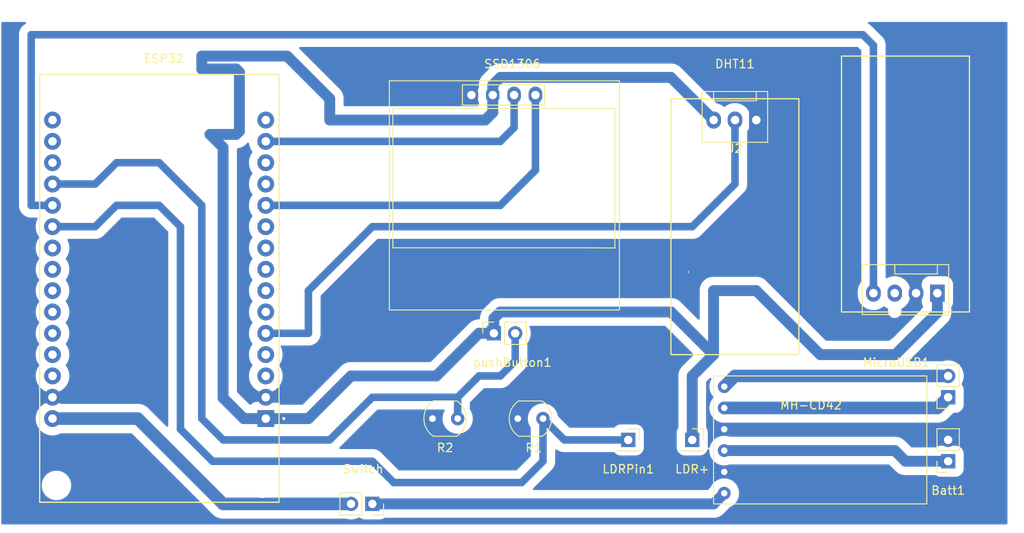
<source format=kicad_pcb>
(kicad_pcb (version 20221018) (generator pcbnew)
  (layers (0 "F.Cu" signal) (31 "B.Cu" signal) (34 "B.Paste" user) (35 "F.Paste" user) (36 "B.SilkS" user "B.Silkscreen") (37 "F.SilkS" user "F.Silkscreen") (38 "B.Mask" user) (39 "F.Mask" user) (44 "Edge.Cuts" user))
  (net 0 "")
  (net 1 "GND")
  (net 2 "+BATT")
  (net 3 "+5V")
  (net 4 "/sda")
  (net 5 "/scl")
  (net 6 "+3.3V")
  (net 9 "/d4")
  (net 27 "Net-(MicroUSB1-Pin_1)")
  (net 28 "Net-(MicroUSB1-Pin_2)")
  (net 29 "Net-(U1-VIN)")
  (net 30 "Net-(LDRPin1-Pin_1)")
  (net 31 "Net-(U1-D34)")
  (net 33 "Net-(J1-Pin_4)")
  (footprint "Connector_PinSocket_2.54mm:PinSocket_1x01_P2.54mm_Vertical" (layer "F.Cu") (at 176.36 126.06)
    (fp_text reference "LDRPin1" (at 0 3.48) (layer "F.SilkS"))
    (fp_text value "Conn_01x01_Socket" hide)
    (fp_line (start -1.33 1.21) (end -1.33 1.33) (stroke (width 0.12)) (layer "F.SilkS"))
    (fp_line (start -1.33 1.33) (end 1.33 1.33) (stroke (width 0.12)) (layer "F.SilkS"))
    (fp_line (start 0 -1.33) (end 1.33 -1.33) (stroke (width 0.12)) (layer "F.SilkS"))
    (fp_line (start 1.33 -1.33) (end 1.33 0) (stroke (width 0.12)) (layer "F.SilkS"))
    (fp_line (start 1.33 1.21) (end 1.33 1.33) (stroke (width 0.12)) (layer "F.SilkS"))
    (pad "1" thru_hole rect (at 0 0) (size 1.7 1.7) (drill 1) (layers "*.Cu" "*.Mask") (net 30 "Net-(LDRPin1-Pin_1)"))
  )
  (footprint "cd42:mh-cd42" (layer "F.Cu") (at 199.22 126.06 -90)
    (fp_text reference "U2" hide)
    (fp_text value "MH-CD42" (at -4.14 1.1 unlocked) (layer "F.SilkS"))
    (fp_rect (start -7.62 -12.7) (end 7.62 12.7) (stroke (width 0.12)) (fill none) (layer "F.SilkS"))
    (pad "1" thru_hole circle (at -6.35 11.43 270) (size 1.524 1.524) (drill 0.762) (layers "*.Cu" "*.Mask") (net 28 "Net-(MicroUSB1-Pin_2)"))
    (pad "2" thru_hole circle (at -3.81 11.43 270) (size 1.524 1.524) (drill 0.762) (layers "*.Cu" "*.Mask") (net 27 "Net-(MicroUSB1-Pin_1)"))
    (pad "3" thru_hole circle (at -1.27 11.43 270) (size 1.524 1.524) (drill 0.762) (layers "*.Cu" "*.Mask") (net 1 "GND"))
    (pad "4" thru_hole circle (at 1.27 11.43 270) (size 1.524 1.524) (drill 0.762) (layers "*.Cu" "*.Mask") (net 2 "+BATT"))
    (pad "5" thru_hole circle (at 3.81 11.43 270) (size 1.524 1.524) (drill 0.762) (layers "*.Cu" "*.Mask") (net 1 "GND"))
    (pad "6" thru_hole circle (at 6.35 11.43 270) (size 1.524 1.524) (drill 0.762) (layers "*.Cu" "*.Mask") (net 3 "+5V"))
  )
  (footprint "Connector:FanPinHeader_1x03_P2.54mm_Vertical" (layer "F.Cu") (at 191.61 87.96 180)
    (fp_text reference "J2" (at 2.5 -3.4) (layer "F.SilkS"))
    (fp_text value "DHT11" (at 2.55 6.68) (layer "F.SilkS"))
    (fp_line (start -1.35 -2.65) (end 6.45 -2.65) (stroke (width 0.12)) (layer "F.SilkS"))
    (fp_line (start -1.35 3.4) (end -1.35 -2.65) (stroke (width 0.12)) (layer "F.SilkS"))
    (fp_line (start 0 2.29) (end 5.08 2.29) (stroke (width 0.12)) (layer "F.SilkS"))
    (fp_line (start 0 3.3) (end 0 2.29) (stroke (width 0.12)) (layer "F.SilkS"))
    (fp_line (start 5.08 2.29) (end 5.08 3.3) (stroke (width 0.12)) (layer "F.SilkS"))
    (fp_line (start 6.45 -2.65) (end 6.45 3.4) (stroke (width 0.12)) (layer "F.SilkS"))
    (fp_line (start 6.45 3.4) (end -1.35 3.4) (stroke (width 0.12)) (layer "F.SilkS"))
    (pad "1" thru_hole rect (at 0 0 270) (size 2.03 1.73) (drill 1.02) (layers "*.Cu" "*.Mask") (net 1 "GND"))
    (pad "2" thru_hole oval (at 2.54 0 270) (size 2.03 1.73) (drill 1.02) (layers "*.Cu" "*.Mask") (net 9 "/d4"))
    (pad "3" thru_hole oval (at 5.08 0 270) (size 2.03 1.73) (drill 1.02) (layers "*.Cu" "*.Mask") (net 6 "+3.3V"))
  )
  (footprint "Connector:FanPinHeader_1x04_P2.54mm_Vertical" (layer "F.Cu") (at 213.18 108.58 180)
    (fp_text reference "J1" hide)
    (fp_text value "Conn_01x04_Socket" hide)
    (fp_line (start -1.35 -2.6) (end 4.4 -2.6) (stroke (width 0.12)) (layer "F.SilkS"))
    (fp_line (start -1.35 3.4) (end -1.35 -2.6) (stroke (width 0.12)) (layer "F.SilkS"))
    (fp_line (start 0 2.29) (end 5.08 2.29) (stroke (width 0.12)) (layer "F.SilkS"))
    (fp_line (start 0 3.3) (end 0 2.29) (stroke (width 0.12)) (layer "F.SilkS"))
    (fp_line (start 5.08 2.29) (end 5.08 3.3) (stroke (width 0.12)) (layer "F.SilkS"))
    (fp_line (start 5.75 -2.55) (end 8.95 -2.55) (stroke (width 0.12)) (layer "F.SilkS"))
    (fp_line (start 8.95 -2.55) (end 8.95 3.4) (stroke (width 0.12)) (layer "F.SilkS"))
    (fp_line (start 8.95 3.4) (end -1.35 3.4) (stroke (width 0.12)) (layer "F.SilkS"))
    (pad "" np_thru_hole circle (at 5.08 -2.16 270) (size 1.1 1.1) (drill 1.1) (layers "*.Cu" "*.Mask"))
    (pad "1" thru_hole rect (at 0 0 270) (size 2.03 1.73) (drill 1.02) (layers "*.Cu" "*.Mask") (net 6 "+3.3V"))
    (pad "2" thru_hole oval (at 2.54 0 270) (size 2.03 1.73) (drill 1.02) (layers "*.Cu" "*.Mask") (net 1 "GND"))
    (pad "3" thru_hole oval (at 5.08 0 270) (size 2.03 1.73) (drill 1.02) (layers "*.Cu" "*.Mask"))
    (pad "4" thru_hole oval (at 7.62 0 270) (size 2.03 1.73) (drill 1.02) (layers "*.Cu" "*.Mask") (net 33 "Net-(J1-Pin_4)"))
  )
  (footprint "Connector_PinSocket_2.54mm:PinSocket_1x01_P2.54mm_Vertical" (layer "F.Cu") (at 183.98 126.06)
    (fp_text reference "LDR+" (at 0 3.48) (layer "F.SilkS"))
    (fp_text value "Conn_01x01_Socket" hide)
    (fp_line (start -1.33 1.21) (end -1.33 1.33) (stroke (width 0.12)) (layer "F.SilkS"))
    (fp_line (start -1.33 1.33) (end 1.33 1.33) (stroke (width 0.12)) (layer "F.SilkS"))
    (fp_line (start 0 -1.33) (end 1.33 -1.33) (stroke (width 0.12)) (layer "F.SilkS"))
    (fp_line (start 1.33 -1.33) (end 1.33 0) (stroke (width 0.12)) (layer "F.SilkS"))
    (fp_line (start 1.33 1.21) (end 1.33 1.33) (stroke (width 0.12)) (layer "F.SilkS"))
    (pad "1" thru_hole rect (at 0 0) (size 1.7 1.7) (drill 1) (layers "*.Cu" "*.Mask") (net 6 "+3.3V"))
  )
  (footprint "OptoDevice:R_LDR_5.0x4.1mm_P3mm_Vertical" (layer "F.Cu") (at 156.04 123.52 180)
    (fp_text reference "R2" (at 1.5 -3.48) (layer "F.SilkS"))
    (fp_text value "R" hide)
    (fp_line (start 0.1 -2.1) (end 2.9 -2.1) (stroke (width 0.12)) (layer "F.SilkS"))
    (fp_line (start 0.1 2.1) (end 2.9 2.1) (stroke (width 0.12)) (layer "F.SilkS"))
    (fp_arc (start 0.1 2.1) (mid -1.023872 -0.008372) (end 0.113963 -2.109242) (stroke (width 0.12)) (layer "F.SilkS"))
    (fp_arc (start 2.9 -2.1) (mid 4.023872 0.008372) (end 2.886037 2.109242) (stroke (width 0.12)) (layer "F.SilkS"))
    (pad "1" thru_hole circle (at 0 0 180) (size 1.6 1.6) (drill 0.8) (layers "*.Cu" "*.Mask") (net 31 "Net-(U1-D34)"))
    (pad "2" thru_hole circle (at 3 0 180) (size 1.6 1.6) (drill 0.8) (layers "*.Cu" "*.Mask") (net 1 "GND"))
  )
  (footprint "OptoDevice:R_LDR_5.0x4.1mm_P3mm_Vertical" (layer "F.Cu") (at 163.2 123.52)
    (fp_text reference "R1" (at 1.9 3.48) (layer "F.SilkS"))
    (fp_text value "R" hide)
    (fp_line (start 0.1 -2.1) (end 2.9 -2.1) (stroke (width 0.12)) (layer "F.SilkS"))
    (fp_line (start 0.1 2.1) (end 2.9 2.1) (stroke (width 0.12)) (layer "F.SilkS"))
    (fp_arc (start 0.1 2.1) (mid -1.023872 -0.008372) (end 0.113963 -2.109242) (stroke (width 0.12)) (layer "F.SilkS"))
    (fp_arc (start 2.9 -2.1) (mid 4.023872 0.008372) (end 2.886037 2.109242) (stroke (width 0.12)) (layer "F.SilkS"))
    (pad "1" thru_hole circle (at 0 0) (size 1.6 1.6) (drill 0.8) (layers "*.Cu" "*.Mask") (net 1 "GND"))
    (pad "2" thru_hole circle (at 3 0) (size 1.6 1.6) (drill 0.8) (layers "*.Cu" "*.Mask") (net 30 "Net-(LDRPin1-Pin_1)"))
  )
  (footprint "Connector_PinSocket_2.54mm:PinSocket_1x02_P2.54mm_Vertical" (layer "F.Cu") (at 214.46 128.6 180)
    (fp_text reference "Batt1" (at 0 -3.48) (layer "F.SilkS"))
    (fp_text value "Conn_01x02_Socket" hide)
    (fp_line (start -1.33 1.27) (end -1.33 3.87) (stroke (width 0.12)) (layer "F.SilkS"))
    (fp_line (start -1.33 1.27) (end 1.33 1.27) (stroke (width 0.12)) (layer "F.SilkS"))
    (fp_line (start -1.33 3.87) (end 1.33 3.87) (stroke (width 0.12)) (layer "F.SilkS"))
    (fp_line (start 0 -1.33) (end 1.33 -1.33) (stroke (width 0.12)) (layer "F.SilkS"))
    (fp_line (start 1.33 -1.33) (end 1.33 0) (stroke (width 0.12)) (layer "F.SilkS"))
    (fp_line (start 1.33 1.27) (end 1.33 3.87) (stroke (width 0.12)) (layer "F.SilkS"))
    (pad "1" thru_hole rect (at 0 0 180) (size 1.7 1.7) (drill 1) (layers "*.Cu" "*.Mask") (net 2 "+BATT"))
    (pad "2" thru_hole oval (at 0 2.54 180) (size 1.7 1.7) (drill 1) (layers "*.Cu" "*.Mask") (net 1 "GND"))
  )
  (footprint "Connector_PinSocket_2.54mm:PinSocket_1x02_P2.54mm_Vertical" (layer "F.Cu") (at 145.88 133.68 -90)
    (fp_text reference "Switch" (at -4.14 1.1) (layer "F.SilkS"))
    (fp_text value "Conn_01x02_Socket" hide)
    (fp_line (start -1.33 1.27) (end -1.33 3.87) (stroke (width 0.12)) (layer "F.SilkS"))
    (fp_line (start -1.33 1.27) (end 1.33 1.27) (stroke (width 0.12)) (layer "F.SilkS"))
    (fp_line (start -1.33 3.87) (end 1.33 3.87) (stroke (width 0.12)) (layer "F.SilkS"))
    (fp_line (start 0 -1.33) (end 1.33 -1.33) (stroke (width 0.12)) (layer "F.SilkS"))
    (fp_line (start 1.33 -1.33) (end 1.33 0) (stroke (width 0.12)) (layer "F.SilkS"))
    (fp_line (start 1.33 1.27) (end 1.33 3.87) (stroke (width 0.12)) (layer "F.SilkS"))
    (pad "1" thru_hole rect (at 0 0 270) (size 1.7 1.7) (drill 1) (layers "*.Cu" "*.Mask") (net 3 "+5V"))
    (pad "2" thru_hole oval (at 0 2.54 270) (size 1.7 1.7) (drill 1) (layers "*.Cu" "*.Mask") (net 29 "Net-(U1-VIN)"))
  )
  (footprint "Connector_PinSocket_2.54mm:PinSocket_1x02_P2.54mm_Vertical" (layer "F.Cu") (at 160.35 113.36 90)
    (fp_text reference "pushButton1" (at -3.48 2.21) (layer "F.SilkS"))
    (fp_text value "Conn_01x02_Socket" hide)
    (fp_line (start -1.33 1.27) (end -1.33 3.87) (stroke (width 0.12)) (layer "F.SilkS"))
    (fp_line (start -1.33 1.27) (end 1.33 1.27) (stroke (width 0.12)) (layer "F.SilkS"))
    (fp_line (start -1.33 3.87) (end 1.33 3.87) (stroke (width 0.12)) (layer "F.SilkS"))
    (fp_line (start 0 -1.33) (end 1.33 -1.33) (stroke (width 0.12)) (layer "F.SilkS"))
    (fp_line (start 1.33 -1.33) (end 1.33 0) (stroke (width 0.12)) (layer "F.SilkS"))
    (fp_line (start 1.33 1.27) (end 1.33 3.87) (stroke (width 0.12)) (layer "F.SilkS"))
    (pad "1" thru_hole rect (at 0 0 90) (size 1.7 1.7) (drill 1) (layers "*.Cu" "*.Mask") (net 6 "+3.3V"))
    (pad "2" thru_hole oval (at 0 2.54 90) (size 1.7 1.7) (drill 1) (layers "*.Cu" "*.Mask") (net 31 "Net-(U1-D34)"))
  )
  (footprint "Connector_PinSocket_2.54mm:PinSocket_1x02_P2.54mm_Vertical" (layer "F.Cu") (at 214.46 120.98 180)
    (fp_text reference "MicroUSB1" (at 6.18 4.14) (layer "F.SilkS"))
    (fp_text value "Conn_01x02_Socket" hide)
    (fp_line (start -1.33 1.27) (end -1.33 3.87) (stroke (width 0.12)) (layer "F.SilkS"))
    (fp_line (start -1.33 1.27) (end 1.33 1.27) (stroke (width 0.12)) (layer "F.SilkS"))
    (fp_line (start -1.33 3.87) (end 1.33 3.87) (stroke (width 0.12)) (layer "F.SilkS"))
    (fp_line (start 0 -1.33) (end 1.33 -1.33) (stroke (width 0.12)) (layer "F.SilkS"))
    (fp_line (start 1.33 -1.33) (end 1.33 0) (stroke (width 0.12)) (layer "F.SilkS"))
    (fp_line (start 1.33 1.27) (end 1.33 3.87) (stroke (width 0.12)) (layer "F.SilkS"))
    (pad "1" thru_hole rect (at 0 0 180) (size 1.7 1.7) (drill 1) (layers "*.Cu" "*.Mask") (net 27 "Net-(MicroUSB1-Pin_1)"))
    (pad "2" thru_hole oval (at 0 2.54 180) (size 1.7 1.7) (drill 1) (layers "*.Cu" "*.Mask") (net 28 "Net-(MicroUSB1-Pin_2)"))
  )
  (footprint "SSD1306:128x64OLED" (layer "F.Cu") (at 161.3 95.58)
    (fp_text reference "Brd1" hide)
    (fp_text value "SSD1306" (at 1.26 -14.3) (layer "F.SilkS"))
    (fp_line (start -13.4 -12.3) (end 14 -12.3) (stroke (width 0.12)) (layer "F.SilkS"))
    (fp_line (start -13.4 15) (end -13.4 -12.3) (stroke (width 0.12)) (layer "F.SilkS"))
    (fp_line (start -12.978 -9.005) (end 10.122 -9.005) (stroke (width 0.12)) (layer "F.SilkS"))
    (fp_line (start -12.978 7.595) (end -12.978 -9.005) (stroke (width 0.12)) (layer "F.SilkS"))
    (fp_line (start -4.699 -11.811) (end -4.699 -9.398) (stroke (width 0.12)) (layer "F.SilkS"))
    (fp_line (start -4.699 -11.811) (end 5.08 -11.811) (stroke (width 0.12)) (layer "F.SilkS"))
    (fp_line (start 5.08 -11.811) (end 5.08 -9.398) (stroke (width 0.12)) (layer "F.SilkS"))
    (fp_line (start 5.08 -9.398) (end -4.699 -9.398) (stroke (width 0.12)) (layer "F.SilkS"))
    (fp_line (start 10.122 -9.005) (end 13.208 -9.005) (stroke (width 0.12)) (layer "F.SilkS"))
    (fp_line (start 10.122 7.595) (end -12.978 7.595) (stroke (width 0.12)) (layer "F.SilkS"))
    (fp_line (start 10.122 7.595) (end 13.462 7.62) (stroke (width 0.12)) (layer "F.SilkS"))
    (fp_line (start 13.462 -9.017) (end 13.208 -9.005) (stroke (width 0.12)) (layer "F.SilkS"))
    (fp_line (start 13.462 7.62) (end 13.462 -9.017) (stroke (width 0.12)) (layer "F.SilkS"))
    (fp_line (start 14 -12.3) (end 14 15) (stroke (width 0.12)) (layer "F.SilkS"))
    (fp_line (start 14 15) (end -13.4 15) (stroke (width 0.12)) (layer "F.SilkS"))
    (pad "1" thru_hole oval (at -3.62 -10.6 90) (size 2 1.6) (drill 1) (layers "*.Cu" "*.Mask") (net 1 "GND"))
    (pad "2" thru_hole oval (at -1.08 -10.6 90) (size 2 1.6) (drill 1) (layers "*.Cu" "*.Mask") (net 6 "+3.3V"))
    (pad "3" thru_hole oval (at 1.46 -10.6 90) (size 2 1.6) (drill 1) (layers "*.Cu" "*.Mask") (net 5 "/scl"))
    (pad "4" thru_hole oval (at 4 -10.6 90) (size 2 1.6) (drill 1) (layers "*.Cu" "*.Mask") (net 4 "/sda"))
  )
  (footprint "ESP32-DEVKIT-V1:MODULE_ESP32_DEVKIT_V1" (layer "F.Cu") (at 120.48 108.005 180)
    (fp_text reference "U1" hide)
    (fp_text value "ESP32" (at -0.56 27.36) (layer "F.SilkS"))
    (fp_line (start -14.28 -25.475) (end -3.211 -25.475) (stroke (width 0.127)) (layer "F.SilkS"))
    (fp_line (start -14.28 -25.475) (end 14.23 -25.475) (stroke (width 0.127)) (layer "F.SilkS"))
    (fp_line (start -14.28 25.475) (end -14.28 -25.475) (stroke (width 0.127)) (layer "F.SilkS"))
    (fp_line (start -14.28 25.475) (end -14.28 -25.475) (stroke (width 0.127)) (layer "F.SilkS"))
    (fp_line (start -14.28 25.475) (end -8.91 25.475) (stroke (width 0.127)) (layer "F.SilkS"))
    (fp_line (start -8.91 25.475) (end 8.78 25.475) (stroke (width 0.127)) (layer "F.SilkS"))
    (fp_line (start -3.211 -25.475) (end 3.5 -25.475) (stroke (width 0.127)) (layer "F.SilkS"))
    (fp_line (start 3.5 -25.475) (end 14.23 -25.475) (stroke (width 0.127)) (layer "F.SilkS"))
    (fp_line (start 8.78 25.475) (end 14.23 25.475) (stroke (width 0.127)) (layer "F.SilkS"))
    (fp_line (start 14.23 -25.475) (end 14.23 25.475) (stroke (width 0.127)) (layer "F.SilkS"))
    (fp_line (start 14.23 -25.475) (end 14.23 25.475) (stroke (width 0.127)) (layer "F.SilkS"))
    (fp_line (start 14.23 25.475) (end -14.28 25.475) (stroke (width 0.127)) (layer "F.SilkS"))
    (fp_circle (center -14.85 -15.515) (end -14.75 -15.515) (stroke (width 0.2)) (fill none) (layer "F.SilkS"))
    (pad "" np_thru_hole circle (at -12.28 -23.475 180) (size 3 3) (drill 3) (layers "*.Cu" "*.Mask"))
    (pad "" np_thru_hole circle (at -12.28 23.475 180) (size 3 3) (drill 3) (layers "*.Cu" "*.Mask"))
    (pad "" np_thru_hole circle (at 12.23 -23.475 180) (size 3 3) (drill 3) (layers "*.Cu" "*.Mask"))
    (pad "" np_thru_hole circle (at 12.23 23.475 180) (size 3 3) (drill 3) (layers "*.Cu" "*.Mask"))
    (pad "1" thru_hole rect (at -12.7 -15.515 180) (size 2 2) (drill 1.02) (layers "*.Cu" "*.Mask") (net 6 "+3.3V"))
    (pad "2" thru_hole circle (at -12.7 -12.975 180) (size 2 2) (drill 1.02) (layers "*.Cu" "*.Mask") (net 1 "GND"))
    (pad "3" thru_hole circle (at -12.7 -10.435 180) (size 2 2) (drill 1.02) (layers "*.Cu" "*.Mask"))
    (pad "4" thru_hole circle (at -12.7 -7.895 180) (size 2 2) (drill 1.02) (layers "*.Cu" "*.Mask"))
    (pad "5" thru_hole circle (at -12.7 -5.355 180) (size 2 2) (drill 1.02) (layers "*.Cu" "*.Mask") (net 9 "/d4"))
    (pad "6" thru_hole circle (at -12.7 -2.815 180) (size 2 2) (drill 1.02) (layers "*.Cu" "*.Mask"))
    (pad "7" thru_hole circle (at -12.7 -0.275 180) (size 2 2) (drill 1.02) (layers "*.Cu" "*.Mask"))
    (pad "8" thru_hole circle (at -12.7 2.265 180) (size 2 2) (drill 1.02) (layers "*.Cu" "*.Mask"))
    (pad "9" thru_hole circle (at -12.7 4.805 180) (size 2 2) (drill 1.02) (layers "*.Cu" "*.Mask"))
    (pad "10" thru_hole circle (at -12.7 7.345 180) (size 2 2) (drill 1.02) (layers "*.Cu" "*.Mask"))
    (pad "11" thru_hole circle (at -12.7 9.885 180) (size 2 2) (drill 1.02) (layers "*.Cu" "*.Mask") (net 4 "/sda"))
    (pad "12" thru_hole circle (at -12.7 12.425 180) (size 2 2) (drill 1.02) (layers "*.Cu" "*.Mask"))
    (pad "13" thru_hole circle (at -12.7 14.965 180) (size 2 2) (drill 1.02) (layers "*.Cu" "*.Mask"))
    (pad "14" thru_hole circle (at -12.7 17.505 180) (size 2 2) (drill 1.02) (layers "*.Cu" "*.Mask") (net 5 "/scl"))
    (pad "15" thru_hole circle (at -12.7 20.045 180) (size 2 2) (drill 1.02) (layers "*.Cu" "*.Mask"))
    (pad "16" thru_hole circle (at 12.7 20.045 180) (size 2 2) (drill 1.02) (layers "*.Cu" "*.Mask"))
    (pad "17" thru_hole circle (at 12.7 17.505 180) (size 2 2) (drill 1.02) (layers "*.Cu" "*.Mask"))
    (pad "18" thru_hole circle (at 12.7 14.965 180) (size 2 2) (drill 1.02) (layers "*.Cu" "*.Mask"))
    (pad "19" thru_hole circle (at 12.7 12.425 180) (size 2 2) (drill 1.02) (layers "*.Cu" "*.Mask") (net 31 "Net-(U1-D34)"))
    (pad "20" thru_hole circle (at 12.7 9.885 180) (size 2 2) (drill 1.02) (layers "*.Cu" "*.Mask") (net 33 "Net-(J1-Pin_4)"))
    (pad "21" thru_hole circle (at 12.7 7.345 180) (size 2 2) (drill 1.02) (layers "*.Cu" "*.Mask") (net 30 "Net-(LDRPin1-Pin_1)"))
    (pad "22" thru_hole circle (at 12.7 4.805 180) (size 2 2) (drill 1.02) (layers "*.Cu" "*.Mask"))
    (pad "23" thru_hole circle (at 12.7 2.265 180) (size 2 2) (drill 1.02) (layers "*.Cu" "*.Mask"))
    (pad "24" thru_hole circle (at 12.7 -0.275 180) (size 2 2) (drill 1.02) (layers "*.Cu" "*.Mask"))
    (pad "25" thru_hole circle (at 12.7 -2.815 180) (size 2 2) (drill 1.02) (layers "*.Cu" "*.Mask"))
    (pad "26" thru_hole circle (at 12.7 -5.355 180) (size 2 2) (drill 1.02) (layers "*.Cu" "*.Mask"))
    (pad "27" thru_hole circle (at 12.7 -7.895 180) (size 2 2) (drill 1.02) (layers "*.Cu" "*.Mask"))
    (pad "28" thru_hole circle (at 12.7 -10.435 180) (size 2 2) (drill 1.02) (layers "*.Cu" "*.Mask"))
    (pad "29" thru_hole circle (at 12.7 -12.975 180) (size 2 2) (drill 1.02) (layers "*.Cu" "*.Mask") (net 1 "GND"))
    (pad "30" thru_hole circle (at 12.7 -15.515 180) (size 2 2) (drill 1.02) (layers "*.Cu" "*.Mask") (net 29 "Net-(U1-VIN)"))
    (zone (net 0) (net_name "") (layer "B.Cu") (connect_pads (clearance 0)) (min_thickness 0.01)
      (keepout (tracks not_allowed) (vias not_allowed) (pads not_allowed) (copperpour not_allowed) (footprints allowed))
      (fill (thermal_gap 0.508) (thermal_bridge_width 0.508))
      (polygon (pts (xy 129.39 89.02) (xy 111.7 89.02) (xy 111.7 82.53) (xy 129.39 82.53)))
    )
  )
  (gr_rect (start 181.44 85.42) (end 196.68 115.9) (stroke (width 0.15)) (fill none) (layer "F.SilkS"))
  (gr_rect (start 201.76 80.34) (end 217 110.82) (stroke (width 0.15)) (fill none) (layer "F.SilkS"))
  (segment (start 207.53061 113.36) (end 210.64 110.25061) (width 1.3) (layer "B.Cu") (net 1))
  (segment (start 187.79 129.87) (end 203.03 129.87) (width 1.3) (layer "B.Cu") (net 1))
  (segment (start 206.84 133.68) (end 219.54 133.68) (width 1.3) (layer "B.Cu") (net 1))
  (segment (start 196.210606 105.270606) (end 204.3 113.36) (width 1.3) (layer "B.Cu") (net 1))
  (segment (start 182.71 129.87) (end 187.79 129.87) (width 1.3) (layer "B.Cu") (net 1))
  (segment (start 157.88 80.34) (end 189.06 80.34) (width 1.3) (layer "B.Cu") (net 1))
  (segment (start 168.74 120.98) (end 176.36 120.98) (width 1.3) (layer "B.Cu") (net 1))
  (segment (start 196.210606 105.270606) (end 148.889394 105.270606) (width 1.3) (layer "B.Cu") (net 1))
  (segment (start 204.3 113.36) (end 207.53061 113.36) (width 1.3) (layer "B.Cu") (net 1))
  (segment (start 214.46 100.66) (end 211.92 100.66) (width 1.3) (layer "B.Cu") (net 1))
  (segment (start 210.64 101.94) (end 210.64 108.58) (width 1.3) (layer "B.Cu") (net 1))
  (segment (start 181.44 123.52) (end 181.44 128.6) (width 1.3) (layer "B.Cu") (net 1))
  (segment (start 189.06 80.34) (end 191.61 82.89) (width 1.3) (layer "B.Cu") (net 1))
  (segment (start 196.210606 92.570606) (end 191.61 87.97) (width 1.3) (layer "B.Cu") (net 1))
  (segment (start 219.54 105.74) (end 214.46 100.66) (width 1.3) (layer "B.Cu") (net 1))
  (segment (start 203.03 129.87) (end 206.84 133.68) (width 1.3) (layer "B.Cu") (net 1))
  (segment (start 176.36 120.98) (end 178.9 123.52) (width 1.3) (layer "B.Cu") (net 1))
  (segment (start 148.889394 107.810606) (end 135.72 120.98) (width 1.3) (layer "B.Cu") (net 1))
  (segment (start 163.2 126.52) (end 163.2 123.52) (width 1.3) (layer "B.Cu") (net 1))
  (segment (start 163.2 123.52) (end 163.2 121.44) (width 1.3) (layer "B.Cu") (net 1))
  (segment (start 161.12 128.6) (end 163.2 126.52) (width 1.3) (layer "B.Cu") (net 1))
  (segment (start 161.12 128.6) (end 153.5 128.6) (width 1.3) (layer "B.Cu") (net 1))
  (segment (start 210.65 124.79) (end 211.92 126.06) (width 1.3) (layer "B.Cu") (net 1))
  (segment (start 211.92 126.06) (end 214.46 126.06) (width 1.3) (layer "B.Cu") (net 1))
  (segment (start 211.92 100.66) (end 210.64 101.94) (width 1.3) (layer "B.Cu") (net 1))
  (segment (start 157.68 84.98) (end 157.68 80.54) (width 1.3) (layer "B.Cu") (net 1))
  (segment (start 178.9 123.52) (end 181.44 123.52) (width 1.3) (layer "B.Cu") (net 1))
  (segment (start 181.44 128.6) (end 182.71 129.87) (width 1.3) (layer "B.Cu") (net 1))
  (segment (start 163.2 121.44) (end 166.2 118.44) (width 1.3) (layer "B.Cu") (net 1))
  (segment (start 191.61 82.89) (end 191.61 87.96) (width 1.3) (layer "B.Cu") (net 1))
  (segment (start 157.68 80.54) (end 157.88 80.34) (width 1.3) (layer "B.Cu") (net 1))
  (segment (start 153.5 128.6) (end 153.04 128.14) (width 1.3) (layer "B.Cu") (net 1))
  (segment (start 148.889394 105.270606) (end 148.889394 107.810606) (width 1.3) (layer "B.Cu") (net 1))
  (segment (start 166.2 118.44) (end 168.74 120.98) (width 1.3) (layer "B.Cu") (net 1))
  (segment (start 196.210606 105.270606) (end 196.210606 92.570606) (width 1.3) (layer "B.Cu") (net 1))
  (segment (start 219.54 133.68) (end 219.54 123.52) (width 1.3) (layer "B.Cu") (net 1))
  (segment (start 153.04 128.14) (end 153.04 123.52) (width 1.3) (layer "B.Cu") (net 1))
  (segment (start 219.54 123.52) (end 219.54 105.74) (width 1.3) (layer "B.Cu") (net 1))
  (segment (start 187.79 124.79) (end 210.65 124.79) (width 1.3) (layer "B.Cu") (net 1))
  (segment (start 135.72 120.98) (end 133.18 120.98) (width 1.3) (layer "B.Cu") (net 1))
  (segment (start 210.64 110.25061) (end 210.64 108.58) (width 1.3) (layer "B.Cu") (net 1))
  (segment (start 191.61 87.97) (end 191.61 87.96) (width 1.3) (layer "B.Cu") (net 1))
  (segment (start 208.11 127.33) (end 209.38 128.6) (width 1.3) (layer "B.Cu") (net 2))
  (segment (start 187.79 127.33) (end 208.11 127.33) (width 1.3) (layer "B.Cu") (net 2))
  (segment (start 209.38 128.6) (end 214.46 128.6) (width 1.3) (layer "B.Cu") (net 2))
  (segment (start 186.52 133.68) (end 187.79 132.41) (width 1.3) (layer "B.Cu") (net 3))
  (segment (start 145.88 133.68) (end 186.52 133.68) (width 1.3) (layer "B.Cu") (net 3))
  (segment (start 165.3 93.94) (end 161.12 98.12) (width 0.9) (layer "B.Cu") (net 4))
  (segment (start 161.12 98.12) (end 133.18 98.12) (width 0.9) (layer "B.Cu") (net 4))
  (segment (start 165.3 84.98) (end 165.3 93.94) (width 0.9) (layer "B.Cu") (net 4))
  (segment (start 161.12 90.5) (end 133.18 90.5) (width 0.9) (layer "B.Cu") (net 5))
  (segment (start 162.76 88.86) (end 161.12 90.5) (width 0.9) (layer "B.Cu") (net 5))
  (segment (start 162.76 84.98) (end 162.76 88.86) (width 0.9) (layer "B.Cu") (net 5))
  (segment (start 135.72 80.34) (end 125.56 80.34) (width 1.3) (layer "B.Cu") (net 6))
  (segment (start 183.98 126.06) (end 183.98 118.44) (width 1.3) (layer "B.Cu") (net 6))
  (segment (start 181.44 82.88) (end 186.52 87.96) (width 1.3) (layer "B.Cu") (net 6))
  (segment (start 159.32 87.96) (end 140.8 87.96) (width 1.3) (layer "B.Cu") (net 6))
  (segment (start 140.8 85.42) (end 135.72 80.34) (width 1.3) (layer "B.Cu") (net 6))
  (segment (start 213.18 108.58) (end 213.18 110.895) (width 1.3) (layer "B.Cu") (net 6))
  (segment (start 186.52 87.96) (end 186.53 87.96) (width 1.3) (layer "B.Cu") (net 6))
  (segment (start 128.1 121.056332) (end 130.563668 123.52) (width 1.3) (layer "B.Cu") (net 6))
  (segment (start 143.34 118.44) (end 138.26 123.52) (width 1.3) (layer "B.Cu") (net 6))
  (segment (start 160.22 84.98) (end 160.22 87.06) (width 1.3) (layer "B.Cu") (net 6))
  (segment (start 128.1 91.22924) (end 128.1 121.056332) (width 1.3) (layer "B.Cu") (net 6))
  (segment (start 181.44 110.82) (end 186.52 115.9) (width 1.3) (layer "B.Cu") (net 6))
  (segment (start 138.26 123.52) (end 133.18 123.52) (width 1.3) (layer "B.Cu") (net 6))
  (segment (start 129.65924 81.88) (end 130.04 82.26076) (width 1.3) (layer "B.Cu") (net 6))
  (segment (start 191.6 108.28) (end 186.52 108.28) (width 1.3) (layer "B.Cu") (net 6))
  (segment (start 160.22 84.98) (end 160.22 83.78) (width 1.3) (layer "B.Cu") (net 6))
  (segment (start 160.35 113.36) (end 160.35 111.59) (width 1.3) (layer "B.Cu") (net 6))
  (segment (start 126.54076 89.67) (end 128.1 91.22924) (width 1.3) (layer "B.Cu") (net 6))
  (segment (start 199.22 115.9) (end 191.6 108.28) (width 1.3) (layer "B.Cu") (net 6))
  (segment (start 140.8 87.96) (end 140.8 85.42) (width 1.3) (layer "B.Cu") (net 6))
  (segment (start 161.12 82.88) (end 181.44 82.88) (width 1.3) (layer "B.Cu") (net 6))
  (segment (start 160.35 113.36) (end 158.58 113.36) (width 1.3) (layer "B.Cu") (net 6))
  (segment (start 125.56 81.88) (end 129.65924 81.88) (width 1.3) (layer "B.Cu") (net 6))
  (segment (start 130.563668 123.52) (end 133.18 123.52) (width 1.3) (layer "B.Cu") (net 6))
  (segment (start 160.22 87.06) (end 159.32 87.96) (width 1.3) (layer "B.Cu") (net 6))
  (segment (start 158.58 113.36) (end 153.5 118.44) (width 1.3) (layer "B.Cu") (net 6))
  (segment (start 153.5 118.44) (end 143.34 118.44) (width 1.3) (layer "B.Cu") (net 6))
  (segment (start 129.65924 89.67) (end 126.54076 89.67) (width 1.3) (layer "B.Cu") (net 6))
  (segment (start 160.22 83.78) (end 161.12 82.88) (width 1.3) (layer "B.Cu") (net 6))
  (segment (start 183.98 118.44) (end 186.52 115.9) (width 1.3) (layer "B.Cu") (net 6))
  (segment (start 186.52 108.28) (end 186.52 115.9) (width 1.3) (layer "B.Cu") (net 6))
  (segment (start 160.35 111.59) (end 161.12 110.82) (width 1.3) (layer "B.Cu") (net 6))
  (segment (start 208.175 115.9) (end 199.22 115.9) (width 1.3) (layer "B.Cu") (net 6))
  (segment (start 130.04 89.28924) (end 129.65924 89.67) (width 1.3) (layer "B.Cu") (net 6))
  (segment (start 130.04 82.26076) (end 130.04 89.28924) (width 1.3) (layer "B.Cu") (net 6))
  (segment (start 213.18 110.895) (end 208.175 115.9) (width 1.3) (layer "B.Cu") (net 6))
  (segment (start 125.56 80.34) (end 125.56 81.88) (width 1.3) (layer "B.Cu") (net 6))
  (segment (start 161.12 110.82) (end 181.44 110.82) (width 1.3) (layer "B.Cu") (net 6))
  (segment (start 138.26 108.28) (end 138.26 113.36) (width 0.9) (layer "B.Cu") (net 9))
  (segment (start 183.98 100.66) (end 145.88 100.66) (width 0.9) (layer "B.Cu") (net 9))
  (segment (start 145.88 100.66) (end 138.26 108.28) (width 0.9) (layer "B.Cu") (net 9))
  (segment (start 138.26 113.36) (end 133.18 113.36) (width 0.9) (layer "B.Cu") (net 9))
  (segment (start 189.07 87.96) (end 189.07 95.57) (width 0.9) (layer "B.Cu") (net 9))
  (segment (start 189.07 95.57) (end 183.98 100.66) (width 0.9) (layer "B.Cu") (net 9))
  (segment (start 213.19 122.25) (end 214.46 120.98) (width 1.5) (layer "B.Cu") (net 27))
  (segment (start 187.79 122.25) (end 213.19 122.25) (width 1.5) (layer "B.Cu") (net 27))
  (segment (start 187.79 119.71) (end 189.06 118.44) (width 1.5) (layer "B.Cu") (net 28))
  (segment (start 189.06 118.44) (end 214.46 118.44) (width 1.5) (layer "B.Cu") (net 28))
  (segment (start 128.1 133.68) (end 117.94 123.52) (width 1.5) (layer "B.Cu") (net 29))
  (segment (start 143.34 133.68) (end 128.1 133.68) (width 1.5) (layer "B.Cu") (net 29))
  (segment (start 117.94 123.52) (end 107.78 123.52) (width 1.5) (layer "B.Cu") (net 29))
  (segment (start 123.02 124.79) (end 126.83 128.6) (width 0.9) (layer "B.Cu") (net 30))
  (segment (start 166.2 128.6) (end 166.2 123.52) (width 0.9) (layer "B.Cu") (net 30))
  (segment (start 126.83 128.6) (end 145.88 128.6) (width 0.9) (layer "B.Cu") (net 30))
  (segment (start 145.88 128.6) (end 148.42 131.14) (width 0.9) (layer "B.Cu") (net 30))
  (segment (start 163.66 131.14) (end 166.2 128.6) (width 0.9) (layer "B.Cu") (net 30))
  (segment (start 168.74 126.06) (end 166.2 123.52) (width 0.9) (layer "B.Cu") (net 30))
  (segment (start 120.48 98.12) (end 123.02 100.66) (width 0.9) (layer "B.Cu") (net 30))
  (segment (start 148.42 131.14) (end 163.66 131.14) (width 0.9) (layer "B.Cu") (net 30))
  (segment (start 115.4 98.12) (end 120.48 98.12) (width 0.9) (layer "B.Cu") (net 30))
  (segment (start 123.02 100.66) (end 123.02 124.79) (width 0.9) (layer "B.Cu") (net 30))
  (segment (start 176.36 126.06) (end 168.74 126.06) (width 0.9) (layer "B.Cu") (net 30))
  (segment (start 112.86 100.66) (end 115.4 98.12) (width 0.9) (layer "B.Cu") (net 30))
  (segment (start 107.78 100.66) (end 112.86 100.66) (width 0.9) (layer "B.Cu") (net 30))
  (segment (start 158.58 118.44) (end 161.12 118.44) (width 0.9) (layer "B.Cu") (net 31))
  (segment (start 162.89 116.67) (end 162.89 113.36) (width 0.9) (layer "B.Cu") (net 31))
  (segment (start 145.88 120.98) (end 140.8 126.06) (width 0.9) (layer "B.Cu") (net 31))
  (segment (start 156.04 120.98) (end 145.88 120.98) (width 0.9) (layer "B.Cu") (net 31))
  (segment (start 120.48 93.04) (end 115.4 93.04) (width 0.9) (layer "B.Cu") (net 31))
  (segment (start 156.04 123.52) (end 156.04 120.98) (width 0.9) (layer "B.Cu") (net 31))
  (segment (start 161.12 118.44) (end 162.89 116.67) (width 0.9) (layer "B.Cu") (net 31))
  (segment (start 128.1 126.06) (end 125.56 123.52) (width 0.9) (layer "B.Cu") (net 31))
  (segment (start 115.4 93.04) (end 112.86 95.58) (width 0.9) (layer "B.Cu") (net 31))
  (segment (start 125.56 123.52) (end 125.56 98.12) (width 0.9) (layer "B.Cu") (net 31))
  (segment (start 140.8 126.06) (end 128.1 126.06) (width 0.9) (layer "B.Cu") (net 31))
  (segment (start 125.56 98.12) (end 120.48 93.04) (width 0.9) (layer "B.Cu") (net 31))
  (segment (start 112.86 95.58) (end 107.78 95.58) (width 0.9) (layer "B.Cu") (net 31))
  (segment (start 156.04 120.98) (end 158.58 118.44) (width 0.9) (layer "B.Cu") (net 31))
  (segment (start 105.24 98.12) (end 107.78 98.12) (width 0.9) (layer "B.Cu") (net 33))
  (segment (start 105.24 77.8) (end 105.24 98.12) (width 0.9) (layer "B.Cu") (net 33))
  (segment (start 205.56 79.06) (end 205.56 108.58) (width 0.9) (layer "B.Cu") (net 33))
  (segment (start 105.24 77.8) (end 204.3 77.8) (width 0.9) (layer "B.Cu") (net 33))
  (segment (start 204.3 77.8) (end 205.56 79.06) (width 0.9) (layer "B.Cu") (net 33))
  (zone (net 1) (net_name "GND") (layer "B.Cu") (connect_pads yes (clearance 1)) (min_thickness 0.25) (fill yes (thermal_gap 0.5) (thermal_bridge_width 0.5))
    (polygon (pts (xy 101.6 73.66) (xy 223.52 73.66) (xy 223.52 137.16) (xy 101.6 137.16)))
  )
)
</source>
